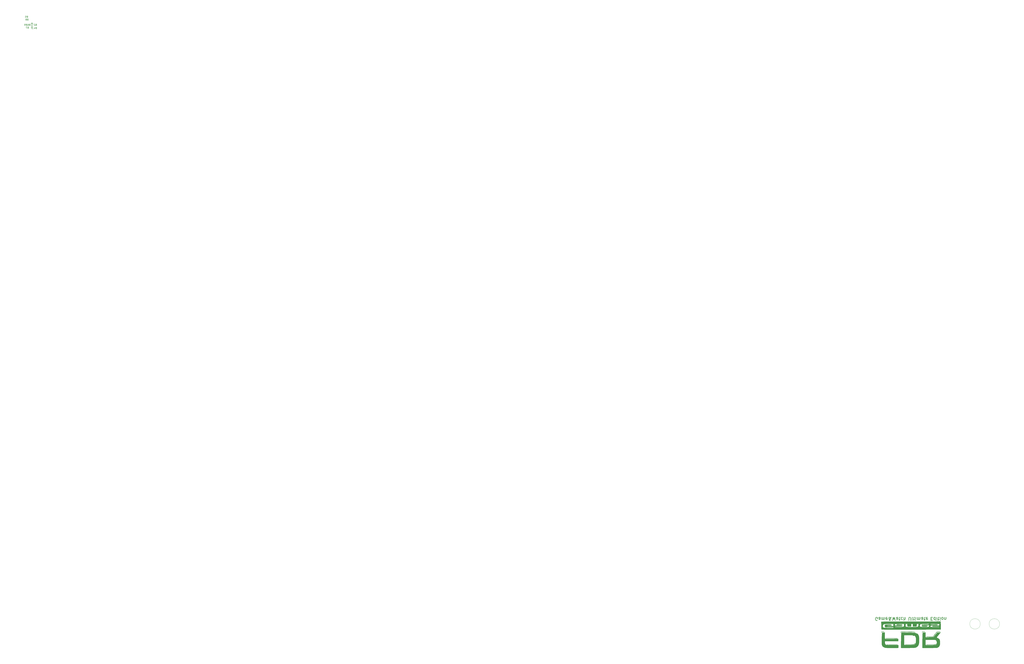
<source format=gbr>
%TF.GenerationSoftware,KiCad,Pcbnew,(7.0.0)*%
%TF.CreationDate,2023-03-12T01:47:04+01:00*%
%TF.ProjectId,g&w,6726772e-6b69-4636-9164-5f7063625858,rev?*%
%TF.SameCoordinates,Original*%
%TF.FileFunction,Legend,Bot*%
%TF.FilePolarity,Positive*%
%FSLAX46Y46*%
G04 Gerber Fmt 4.6, Leading zero omitted, Abs format (unit mm)*
G04 Created by KiCad (PCBNEW (7.0.0)) date 2023-03-12 01:47:04*
%MOMM*%
%LPD*%
G01*
G04 APERTURE LIST*
%ADD10C,0.300000*%
%ADD11C,0.150000*%
%ADD12C,0.012000*%
G04 APERTURE END LIST*
D10*
X126023809Y-87090000D02*
X125833333Y-87185238D01*
X125833333Y-87185238D02*
X125547619Y-87185238D01*
X125547619Y-87185238D02*
X125261904Y-87090000D01*
X125261904Y-87090000D02*
X125071428Y-86899523D01*
X125071428Y-86899523D02*
X124976190Y-86709047D01*
X124976190Y-86709047D02*
X124880952Y-86328095D01*
X124880952Y-86328095D02*
X124880952Y-86042380D01*
X124880952Y-86042380D02*
X124976190Y-85661428D01*
X124976190Y-85661428D02*
X125071428Y-85470952D01*
X125071428Y-85470952D02*
X125261904Y-85280476D01*
X125261904Y-85280476D02*
X125547619Y-85185238D01*
X125547619Y-85185238D02*
X125738095Y-85185238D01*
X125738095Y-85185238D02*
X126023809Y-85280476D01*
X126023809Y-85280476D02*
X126119047Y-85375714D01*
X126119047Y-85375714D02*
X126119047Y-86042380D01*
X126119047Y-86042380D02*
X125738095Y-86042380D01*
X127833333Y-85185238D02*
X127833333Y-86232857D01*
X127833333Y-86232857D02*
X127738095Y-86423333D01*
X127738095Y-86423333D02*
X127547619Y-86518571D01*
X127547619Y-86518571D02*
X127166666Y-86518571D01*
X127166666Y-86518571D02*
X126976190Y-86423333D01*
X127833333Y-85280476D02*
X127642857Y-85185238D01*
X127642857Y-85185238D02*
X127166666Y-85185238D01*
X127166666Y-85185238D02*
X126976190Y-85280476D01*
X126976190Y-85280476D02*
X126880952Y-85470952D01*
X126880952Y-85470952D02*
X126880952Y-85661428D01*
X126880952Y-85661428D02*
X126976190Y-85851904D01*
X126976190Y-85851904D02*
X127166666Y-85947142D01*
X127166666Y-85947142D02*
X127642857Y-85947142D01*
X127642857Y-85947142D02*
X127833333Y-86042380D01*
X128785714Y-85185238D02*
X128785714Y-86518571D01*
X128785714Y-86328095D02*
X128880952Y-86423333D01*
X128880952Y-86423333D02*
X129071428Y-86518571D01*
X129071428Y-86518571D02*
X129357143Y-86518571D01*
X129357143Y-86518571D02*
X129547619Y-86423333D01*
X129547619Y-86423333D02*
X129642857Y-86232857D01*
X129642857Y-86232857D02*
X129642857Y-85185238D01*
X129642857Y-86232857D02*
X129738095Y-86423333D01*
X129738095Y-86423333D02*
X129928571Y-86518571D01*
X129928571Y-86518571D02*
X130214285Y-86518571D01*
X130214285Y-86518571D02*
X130404762Y-86423333D01*
X130404762Y-86423333D02*
X130500000Y-86232857D01*
X130500000Y-86232857D02*
X130500000Y-85185238D01*
X132214286Y-85280476D02*
X132023810Y-85185238D01*
X132023810Y-85185238D02*
X131642857Y-85185238D01*
X131642857Y-85185238D02*
X131452381Y-85280476D01*
X131452381Y-85280476D02*
X131357143Y-85470952D01*
X131357143Y-85470952D02*
X131357143Y-86232857D01*
X131357143Y-86232857D02*
X131452381Y-86423333D01*
X131452381Y-86423333D02*
X131642857Y-86518571D01*
X131642857Y-86518571D02*
X132023810Y-86518571D01*
X132023810Y-86518571D02*
X132214286Y-86423333D01*
X132214286Y-86423333D02*
X132309524Y-86232857D01*
X132309524Y-86232857D02*
X132309524Y-86042380D01*
X132309524Y-86042380D02*
X131357143Y-85851904D01*
X134785715Y-85185238D02*
X134690477Y-85185238D01*
X134690477Y-85185238D02*
X134500000Y-85280476D01*
X134500000Y-85280476D02*
X134214286Y-85566190D01*
X134214286Y-85566190D02*
X133738096Y-86137619D01*
X133738096Y-86137619D02*
X133547619Y-86423333D01*
X133547619Y-86423333D02*
X133452381Y-86709047D01*
X133452381Y-86709047D02*
X133452381Y-86899523D01*
X133452381Y-86899523D02*
X133547619Y-87090000D01*
X133547619Y-87090000D02*
X133738096Y-87185238D01*
X133738096Y-87185238D02*
X133833334Y-87185238D01*
X133833334Y-87185238D02*
X134023810Y-87090000D01*
X134023810Y-87090000D02*
X134119048Y-86899523D01*
X134119048Y-86899523D02*
X134119048Y-86804285D01*
X134119048Y-86804285D02*
X134023810Y-86613809D01*
X134023810Y-86613809D02*
X133928572Y-86518571D01*
X133928572Y-86518571D02*
X133357143Y-86137619D01*
X133357143Y-86137619D02*
X133261905Y-86042380D01*
X133261905Y-86042380D02*
X133166667Y-85851904D01*
X133166667Y-85851904D02*
X133166667Y-85566190D01*
X133166667Y-85566190D02*
X133261905Y-85375714D01*
X133261905Y-85375714D02*
X133357143Y-85280476D01*
X133357143Y-85280476D02*
X133547619Y-85185238D01*
X133547619Y-85185238D02*
X133833334Y-85185238D01*
X133833334Y-85185238D02*
X134023810Y-85280476D01*
X134023810Y-85280476D02*
X134119048Y-85375714D01*
X134119048Y-85375714D02*
X134404762Y-85756666D01*
X134404762Y-85756666D02*
X134500000Y-86042380D01*
X134500000Y-86042380D02*
X134500000Y-86232857D01*
X135452381Y-87185238D02*
X135928571Y-85185238D01*
X135928571Y-85185238D02*
X136309524Y-86613809D01*
X136309524Y-86613809D02*
X136690476Y-85185238D01*
X136690476Y-85185238D02*
X137166667Y-87185238D01*
X138785714Y-85185238D02*
X138785714Y-86232857D01*
X138785714Y-86232857D02*
X138690476Y-86423333D01*
X138690476Y-86423333D02*
X138500000Y-86518571D01*
X138500000Y-86518571D02*
X138119047Y-86518571D01*
X138119047Y-86518571D02*
X137928571Y-86423333D01*
X138785714Y-85280476D02*
X138595238Y-85185238D01*
X138595238Y-85185238D02*
X138119047Y-85185238D01*
X138119047Y-85185238D02*
X137928571Y-85280476D01*
X137928571Y-85280476D02*
X137833333Y-85470952D01*
X137833333Y-85470952D02*
X137833333Y-85661428D01*
X137833333Y-85661428D02*
X137928571Y-85851904D01*
X137928571Y-85851904D02*
X138119047Y-85947142D01*
X138119047Y-85947142D02*
X138595238Y-85947142D01*
X138595238Y-85947142D02*
X138785714Y-86042380D01*
X139452381Y-86518571D02*
X140214285Y-86518571D01*
X139738095Y-87185238D02*
X139738095Y-85470952D01*
X139738095Y-85470952D02*
X139833333Y-85280476D01*
X139833333Y-85280476D02*
X140023809Y-85185238D01*
X140023809Y-85185238D02*
X140214285Y-85185238D01*
X141738095Y-85280476D02*
X141547619Y-85185238D01*
X141547619Y-85185238D02*
X141166666Y-85185238D01*
X141166666Y-85185238D02*
X140976190Y-85280476D01*
X140976190Y-85280476D02*
X140880952Y-85375714D01*
X140880952Y-85375714D02*
X140785714Y-85566190D01*
X140785714Y-85566190D02*
X140785714Y-86137619D01*
X140785714Y-86137619D02*
X140880952Y-86328095D01*
X140880952Y-86328095D02*
X140976190Y-86423333D01*
X140976190Y-86423333D02*
X141166666Y-86518571D01*
X141166666Y-86518571D02*
X141547619Y-86518571D01*
X141547619Y-86518571D02*
X141738095Y-86423333D01*
X142595238Y-85185238D02*
X142595238Y-87185238D01*
X143452381Y-85185238D02*
X143452381Y-86232857D01*
X143452381Y-86232857D02*
X143357143Y-86423333D01*
X143357143Y-86423333D02*
X143166667Y-86518571D01*
X143166667Y-86518571D02*
X142880952Y-86518571D01*
X142880952Y-86518571D02*
X142690476Y-86423333D01*
X142690476Y-86423333D02*
X142595238Y-86328095D01*
X145604762Y-87185238D02*
X145604762Y-85566190D01*
X145604762Y-85566190D02*
X145700000Y-85375714D01*
X145700000Y-85375714D02*
X145795238Y-85280476D01*
X145795238Y-85280476D02*
X145985714Y-85185238D01*
X145985714Y-85185238D02*
X146366667Y-85185238D01*
X146366667Y-85185238D02*
X146557143Y-85280476D01*
X146557143Y-85280476D02*
X146652381Y-85375714D01*
X146652381Y-85375714D02*
X146747619Y-85566190D01*
X146747619Y-85566190D02*
X146747619Y-87185238D01*
X147985714Y-85185238D02*
X147795238Y-85280476D01*
X147795238Y-85280476D02*
X147700000Y-85470952D01*
X147700000Y-85470952D02*
X147700000Y-87185238D01*
X148461905Y-86518571D02*
X149223809Y-86518571D01*
X148747619Y-87185238D02*
X148747619Y-85470952D01*
X148747619Y-85470952D02*
X148842857Y-85280476D01*
X148842857Y-85280476D02*
X149033333Y-85185238D01*
X149033333Y-85185238D02*
X149223809Y-85185238D01*
X149890476Y-85185238D02*
X149890476Y-86518571D01*
X149890476Y-87185238D02*
X149795238Y-87090000D01*
X149795238Y-87090000D02*
X149890476Y-86994761D01*
X149890476Y-86994761D02*
X149985714Y-87090000D01*
X149985714Y-87090000D02*
X149890476Y-87185238D01*
X149890476Y-87185238D02*
X149890476Y-86994761D01*
X150842857Y-85185238D02*
X150842857Y-86518571D01*
X150842857Y-86328095D02*
X150938095Y-86423333D01*
X150938095Y-86423333D02*
X151128571Y-86518571D01*
X151128571Y-86518571D02*
X151414286Y-86518571D01*
X151414286Y-86518571D02*
X151604762Y-86423333D01*
X151604762Y-86423333D02*
X151700000Y-86232857D01*
X151700000Y-86232857D02*
X151700000Y-85185238D01*
X151700000Y-86232857D02*
X151795238Y-86423333D01*
X151795238Y-86423333D02*
X151985714Y-86518571D01*
X151985714Y-86518571D02*
X152271428Y-86518571D01*
X152271428Y-86518571D02*
X152461905Y-86423333D01*
X152461905Y-86423333D02*
X152557143Y-86232857D01*
X152557143Y-86232857D02*
X152557143Y-85185238D01*
X154366667Y-85185238D02*
X154366667Y-86232857D01*
X154366667Y-86232857D02*
X154271429Y-86423333D01*
X154271429Y-86423333D02*
X154080953Y-86518571D01*
X154080953Y-86518571D02*
X153700000Y-86518571D01*
X153700000Y-86518571D02*
X153509524Y-86423333D01*
X154366667Y-85280476D02*
X154176191Y-85185238D01*
X154176191Y-85185238D02*
X153700000Y-85185238D01*
X153700000Y-85185238D02*
X153509524Y-85280476D01*
X153509524Y-85280476D02*
X153414286Y-85470952D01*
X153414286Y-85470952D02*
X153414286Y-85661428D01*
X153414286Y-85661428D02*
X153509524Y-85851904D01*
X153509524Y-85851904D02*
X153700000Y-85947142D01*
X153700000Y-85947142D02*
X154176191Y-85947142D01*
X154176191Y-85947142D02*
X154366667Y-86042380D01*
X155033334Y-86518571D02*
X155795238Y-86518571D01*
X155319048Y-87185238D02*
X155319048Y-85470952D01*
X155319048Y-85470952D02*
X155414286Y-85280476D01*
X155414286Y-85280476D02*
X155604762Y-85185238D01*
X155604762Y-85185238D02*
X155795238Y-85185238D01*
X157223810Y-85280476D02*
X157033334Y-85185238D01*
X157033334Y-85185238D02*
X156652381Y-85185238D01*
X156652381Y-85185238D02*
X156461905Y-85280476D01*
X156461905Y-85280476D02*
X156366667Y-85470952D01*
X156366667Y-85470952D02*
X156366667Y-86232857D01*
X156366667Y-86232857D02*
X156461905Y-86423333D01*
X156461905Y-86423333D02*
X156652381Y-86518571D01*
X156652381Y-86518571D02*
X157033334Y-86518571D01*
X157033334Y-86518571D02*
X157223810Y-86423333D01*
X157223810Y-86423333D02*
X157319048Y-86232857D01*
X157319048Y-86232857D02*
X157319048Y-86042380D01*
X157319048Y-86042380D02*
X156366667Y-85851904D01*
X159376191Y-86232857D02*
X160042858Y-86232857D01*
X160328572Y-85185238D02*
X159376191Y-85185238D01*
X159376191Y-85185238D02*
X159376191Y-87185238D01*
X159376191Y-87185238D02*
X160328572Y-87185238D01*
X162042858Y-85185238D02*
X162042858Y-87185238D01*
X162042858Y-85280476D02*
X161852382Y-85185238D01*
X161852382Y-85185238D02*
X161471429Y-85185238D01*
X161471429Y-85185238D02*
X161280953Y-85280476D01*
X161280953Y-85280476D02*
X161185715Y-85375714D01*
X161185715Y-85375714D02*
X161090477Y-85566190D01*
X161090477Y-85566190D02*
X161090477Y-86137619D01*
X161090477Y-86137619D02*
X161185715Y-86328095D01*
X161185715Y-86328095D02*
X161280953Y-86423333D01*
X161280953Y-86423333D02*
X161471429Y-86518571D01*
X161471429Y-86518571D02*
X161852382Y-86518571D01*
X161852382Y-86518571D02*
X162042858Y-86423333D01*
X162995239Y-85185238D02*
X162995239Y-86518571D01*
X162995239Y-87185238D02*
X162900001Y-87090000D01*
X162900001Y-87090000D02*
X162995239Y-86994761D01*
X162995239Y-86994761D02*
X163090477Y-87090000D01*
X163090477Y-87090000D02*
X162995239Y-87185238D01*
X162995239Y-87185238D02*
X162995239Y-86994761D01*
X163661906Y-86518571D02*
X164423810Y-86518571D01*
X163947620Y-87185238D02*
X163947620Y-85470952D01*
X163947620Y-85470952D02*
X164042858Y-85280476D01*
X164042858Y-85280476D02*
X164233334Y-85185238D01*
X164233334Y-85185238D02*
X164423810Y-85185238D01*
X165090477Y-85185238D02*
X165090477Y-86518571D01*
X165090477Y-87185238D02*
X164995239Y-87090000D01*
X164995239Y-87090000D02*
X165090477Y-86994761D01*
X165090477Y-86994761D02*
X165185715Y-87090000D01*
X165185715Y-87090000D02*
X165090477Y-87185238D01*
X165090477Y-87185238D02*
X165090477Y-86994761D01*
X166328572Y-85185238D02*
X166138096Y-85280476D01*
X166138096Y-85280476D02*
X166042858Y-85375714D01*
X166042858Y-85375714D02*
X165947620Y-85566190D01*
X165947620Y-85566190D02*
X165947620Y-86137619D01*
X165947620Y-86137619D02*
X166042858Y-86328095D01*
X166042858Y-86328095D02*
X166138096Y-86423333D01*
X166138096Y-86423333D02*
X166328572Y-86518571D01*
X166328572Y-86518571D02*
X166614287Y-86518571D01*
X166614287Y-86518571D02*
X166804763Y-86423333D01*
X166804763Y-86423333D02*
X166900001Y-86328095D01*
X166900001Y-86328095D02*
X166995239Y-86137619D01*
X166995239Y-86137619D02*
X166995239Y-85566190D01*
X166995239Y-85566190D02*
X166900001Y-85375714D01*
X166900001Y-85375714D02*
X166804763Y-85280476D01*
X166804763Y-85280476D02*
X166614287Y-85185238D01*
X166614287Y-85185238D02*
X166328572Y-85185238D01*
X167852382Y-86518571D02*
X167852382Y-85185238D01*
X167852382Y-86328095D02*
X167947620Y-86423333D01*
X167947620Y-86423333D02*
X168138096Y-86518571D01*
X168138096Y-86518571D02*
X168423811Y-86518571D01*
X168423811Y-86518571D02*
X168614287Y-86423333D01*
X168614287Y-86423333D02*
X168709525Y-86232857D01*
X168709525Y-86232857D02*
X168709525Y-85185238D01*
%TO.C,G\u002A\u002A\u002A*%
X148321427Y-95122500D02*
X148464285Y-95051071D01*
X148464285Y-95051071D02*
X148678570Y-95051071D01*
X148678570Y-95051071D02*
X148892856Y-95122500D01*
X148892856Y-95122500D02*
X149035713Y-95265357D01*
X149035713Y-95265357D02*
X149107142Y-95408214D01*
X149107142Y-95408214D02*
X149178570Y-95693928D01*
X149178570Y-95693928D02*
X149178570Y-95908214D01*
X149178570Y-95908214D02*
X149107142Y-96193928D01*
X149107142Y-96193928D02*
X149035713Y-96336785D01*
X149035713Y-96336785D02*
X148892856Y-96479642D01*
X148892856Y-96479642D02*
X148678570Y-96551071D01*
X148678570Y-96551071D02*
X148535713Y-96551071D01*
X148535713Y-96551071D02*
X148321427Y-96479642D01*
X148321427Y-96479642D02*
X148249999Y-96408214D01*
X148249999Y-96408214D02*
X148249999Y-95908214D01*
X148249999Y-95908214D02*
X148535713Y-95908214D01*
X147392856Y-95051071D02*
X147392856Y-95408214D01*
X147749999Y-95265357D02*
X147392856Y-95408214D01*
X147392856Y-95408214D02*
X147035713Y-95265357D01*
X147607142Y-95693928D02*
X147392856Y-95408214D01*
X147392856Y-95408214D02*
X147178570Y-95693928D01*
X146249999Y-95051071D02*
X146249999Y-95408214D01*
X146607142Y-95265357D02*
X146249999Y-95408214D01*
X146249999Y-95408214D02*
X145892856Y-95265357D01*
X146464285Y-95693928D02*
X146249999Y-95408214D01*
X146249999Y-95408214D02*
X146035713Y-95693928D01*
X145107142Y-95051071D02*
X145107142Y-95408214D01*
X145464285Y-95265357D02*
X145107142Y-95408214D01*
X145107142Y-95408214D02*
X144749999Y-95265357D01*
X145321428Y-95693928D02*
X145107142Y-95408214D01*
X145107142Y-95408214D02*
X144892856Y-95693928D01*
D11*
%TO.C,B1*%
X-399156428Y281904761D02*
X-399108809Y281761904D01*
X-399108809Y281761904D02*
X-399061190Y281714285D01*
X-399061190Y281714285D02*
X-398965952Y281666666D01*
X-398965952Y281666666D02*
X-398823095Y281666666D01*
X-398823095Y281666666D02*
X-398727857Y281714285D01*
X-398727857Y281714285D02*
X-398680238Y281761904D01*
X-398680238Y281761904D02*
X-398632619Y281857142D01*
X-398632619Y281857142D02*
X-398632619Y282238094D01*
X-398632619Y282238094D02*
X-399632619Y282238094D01*
X-399632619Y282238094D02*
X-399632619Y281904761D01*
X-399632619Y281904761D02*
X-399585000Y281809523D01*
X-399585000Y281809523D02*
X-399537380Y281761904D01*
X-399537380Y281761904D02*
X-399442142Y281714285D01*
X-399442142Y281714285D02*
X-399346904Y281714285D01*
X-399346904Y281714285D02*
X-399251666Y281761904D01*
X-399251666Y281761904D02*
X-399204047Y281809523D01*
X-399204047Y281809523D02*
X-399156428Y281904761D01*
X-399156428Y281904761D02*
X-399156428Y282238094D01*
X-398632619Y280714285D02*
X-398632619Y281285713D01*
X-398632619Y280999999D02*
X-399632619Y280999999D01*
X-399632619Y280999999D02*
X-399489761Y281095237D01*
X-399489761Y281095237D02*
X-399394523Y281190475D01*
X-399394523Y281190475D02*
X-399346904Y281285713D01*
%TO.C,B2*%
X-396595238Y283406428D02*
X-396738095Y283358809D01*
X-396738095Y283358809D02*
X-396785714Y283311190D01*
X-396785714Y283311190D02*
X-396833333Y283215952D01*
X-396833333Y283215952D02*
X-396833333Y283073095D01*
X-396833333Y283073095D02*
X-396785714Y282977857D01*
X-396785714Y282977857D02*
X-396738095Y282930238D01*
X-396738095Y282930238D02*
X-396642857Y282882619D01*
X-396642857Y282882619D02*
X-396261905Y282882619D01*
X-396261905Y282882619D02*
X-396261905Y283882619D01*
X-396261905Y283882619D02*
X-396595238Y283882619D01*
X-396595238Y283882619D02*
X-396690476Y283835000D01*
X-396690476Y283835000D02*
X-396738095Y283787380D01*
X-396738095Y283787380D02*
X-396785714Y283692142D01*
X-396785714Y283692142D02*
X-396785714Y283596904D01*
X-396785714Y283596904D02*
X-396738095Y283501666D01*
X-396738095Y283501666D02*
X-396690476Y283454047D01*
X-396690476Y283454047D02*
X-396595238Y283406428D01*
X-396595238Y283406428D02*
X-396261905Y283406428D01*
X-397214286Y283787380D02*
X-397261905Y283835000D01*
X-397261905Y283835000D02*
X-397357143Y283882619D01*
X-397357143Y283882619D02*
X-397595238Y283882619D01*
X-397595238Y283882619D02*
X-397690476Y283835000D01*
X-397690476Y283835000D02*
X-397738095Y283787380D01*
X-397738095Y283787380D02*
X-397785714Y283692142D01*
X-397785714Y283692142D02*
X-397785714Y283596904D01*
X-397785714Y283596904D02*
X-397738095Y283454047D01*
X-397738095Y283454047D02*
X-397166667Y282882619D01*
X-397166667Y282882619D02*
X-397785714Y282882619D01*
%TO.C,B3*%
X-399156428Y284154761D02*
X-399108809Y284011904D01*
X-399108809Y284011904D02*
X-399061190Y283964285D01*
X-399061190Y283964285D02*
X-398965952Y283916666D01*
X-398965952Y283916666D02*
X-398823095Y283916666D01*
X-398823095Y283916666D02*
X-398727857Y283964285D01*
X-398727857Y283964285D02*
X-398680238Y284011904D01*
X-398680238Y284011904D02*
X-398632619Y284107142D01*
X-398632619Y284107142D02*
X-398632619Y284488094D01*
X-398632619Y284488094D02*
X-399632619Y284488094D01*
X-399632619Y284488094D02*
X-399632619Y284154761D01*
X-399632619Y284154761D02*
X-399585000Y284059523D01*
X-399585000Y284059523D02*
X-399537380Y284011904D01*
X-399537380Y284011904D02*
X-399442142Y283964285D01*
X-399442142Y283964285D02*
X-399346904Y283964285D01*
X-399346904Y283964285D02*
X-399251666Y284011904D01*
X-399251666Y284011904D02*
X-399204047Y284059523D01*
X-399204047Y284059523D02*
X-399156428Y284154761D01*
X-399156428Y284154761D02*
X-399156428Y284488094D01*
X-399632619Y283583332D02*
X-399632619Y282964285D01*
X-399632619Y282964285D02*
X-399251666Y283297618D01*
X-399251666Y283297618D02*
X-399251666Y283154761D01*
X-399251666Y283154761D02*
X-399204047Y283059523D01*
X-399204047Y283059523D02*
X-399156428Y283011904D01*
X-399156428Y283011904D02*
X-399061190Y282964285D01*
X-399061190Y282964285D02*
X-398823095Y282964285D01*
X-398823095Y282964285D02*
X-398727857Y283011904D01*
X-398727857Y283011904D02*
X-398680238Y283059523D01*
X-398680238Y283059523D02*
X-398632619Y283154761D01*
X-398632619Y283154761D02*
X-398632619Y283440475D01*
X-398632619Y283440475D02*
X-398680238Y283535713D01*
X-398680238Y283535713D02*
X-398727857Y283583332D01*
%TO.C,B4*%
X-396595238Y281406428D02*
X-396738095Y281358809D01*
X-396738095Y281358809D02*
X-396785714Y281311190D01*
X-396785714Y281311190D02*
X-396833333Y281215952D01*
X-396833333Y281215952D02*
X-396833333Y281073095D01*
X-396833333Y281073095D02*
X-396785714Y280977857D01*
X-396785714Y280977857D02*
X-396738095Y280930238D01*
X-396738095Y280930238D02*
X-396642857Y280882619D01*
X-396642857Y280882619D02*
X-396261905Y280882619D01*
X-396261905Y280882619D02*
X-396261905Y281882619D01*
X-396261905Y281882619D02*
X-396595238Y281882619D01*
X-396595238Y281882619D02*
X-396690476Y281835000D01*
X-396690476Y281835000D02*
X-396738095Y281787380D01*
X-396738095Y281787380D02*
X-396785714Y281692142D01*
X-396785714Y281692142D02*
X-396785714Y281596904D01*
X-396785714Y281596904D02*
X-396738095Y281501666D01*
X-396738095Y281501666D02*
X-396690476Y281454047D01*
X-396690476Y281454047D02*
X-396595238Y281406428D01*
X-396595238Y281406428D02*
X-396261905Y281406428D01*
X-397690476Y281549285D02*
X-397690476Y280882619D01*
X-397452381Y281930238D02*
X-397214286Y281215952D01*
X-397214286Y281215952D02*
X-397833333Y281215952D01*
%TO.C,B7*%
X-401595238Y281656428D02*
X-401738095Y281608809D01*
X-401738095Y281608809D02*
X-401785714Y281561190D01*
X-401785714Y281561190D02*
X-401833333Y281465952D01*
X-401833333Y281465952D02*
X-401833333Y281323095D01*
X-401833333Y281323095D02*
X-401785714Y281227857D01*
X-401785714Y281227857D02*
X-401738095Y281180238D01*
X-401738095Y281180238D02*
X-401642857Y281132619D01*
X-401642857Y281132619D02*
X-401261905Y281132619D01*
X-401261905Y281132619D02*
X-401261905Y282132619D01*
X-401261905Y282132619D02*
X-401595238Y282132619D01*
X-401595238Y282132619D02*
X-401690476Y282085000D01*
X-401690476Y282085000D02*
X-401738095Y282037380D01*
X-401738095Y282037380D02*
X-401785714Y281942142D01*
X-401785714Y281942142D02*
X-401785714Y281846904D01*
X-401785714Y281846904D02*
X-401738095Y281751666D01*
X-401738095Y281751666D02*
X-401690476Y281704047D01*
X-401690476Y281704047D02*
X-401595238Y281656428D01*
X-401595238Y281656428D02*
X-401261905Y281656428D01*
X-402166667Y282132619D02*
X-402833333Y282132619D01*
X-402833333Y282132619D02*
X-402404762Y281132619D01*
%TO.C,B8*%
X-401845238Y286656428D02*
X-401988095Y286608809D01*
X-401988095Y286608809D02*
X-402035714Y286561190D01*
X-402035714Y286561190D02*
X-402083333Y286465952D01*
X-402083333Y286465952D02*
X-402083333Y286323095D01*
X-402083333Y286323095D02*
X-402035714Y286227857D01*
X-402035714Y286227857D02*
X-401988095Y286180238D01*
X-401988095Y286180238D02*
X-401892857Y286132619D01*
X-401892857Y286132619D02*
X-401511905Y286132619D01*
X-401511905Y286132619D02*
X-401511905Y287132619D01*
X-401511905Y287132619D02*
X-401845238Y287132619D01*
X-401845238Y287132619D02*
X-401940476Y287085000D01*
X-401940476Y287085000D02*
X-401988095Y287037380D01*
X-401988095Y287037380D02*
X-402035714Y286942142D01*
X-402035714Y286942142D02*
X-402035714Y286846904D01*
X-402035714Y286846904D02*
X-401988095Y286751666D01*
X-401988095Y286751666D02*
X-401940476Y286704047D01*
X-401940476Y286704047D02*
X-401845238Y286656428D01*
X-401845238Y286656428D02*
X-401511905Y286656428D01*
X-402654762Y286704047D02*
X-402559524Y286751666D01*
X-402559524Y286751666D02*
X-402511905Y286799285D01*
X-402511905Y286799285D02*
X-402464286Y286894523D01*
X-402464286Y286894523D02*
X-402464286Y286942142D01*
X-402464286Y286942142D02*
X-402511905Y287037380D01*
X-402511905Y287037380D02*
X-402559524Y287085000D01*
X-402559524Y287085000D02*
X-402654762Y287132619D01*
X-402654762Y287132619D02*
X-402845238Y287132619D01*
X-402845238Y287132619D02*
X-402940476Y287085000D01*
X-402940476Y287085000D02*
X-402988095Y287037380D01*
X-402988095Y287037380D02*
X-403035714Y286942142D01*
X-403035714Y286942142D02*
X-403035714Y286894523D01*
X-403035714Y286894523D02*
X-402988095Y286799285D01*
X-402988095Y286799285D02*
X-402940476Y286751666D01*
X-402940476Y286751666D02*
X-402845238Y286704047D01*
X-402845238Y286704047D02*
X-402654762Y286704047D01*
X-402654762Y286704047D02*
X-402559524Y286656428D01*
X-402559524Y286656428D02*
X-402511905Y286608809D01*
X-402511905Y286608809D02*
X-402464286Y286513571D01*
X-402464286Y286513571D02*
X-402464286Y286323095D01*
X-402464286Y286323095D02*
X-402511905Y286227857D01*
X-402511905Y286227857D02*
X-402559524Y286180238D01*
X-402559524Y286180238D02*
X-402654762Y286132619D01*
X-402654762Y286132619D02*
X-402845238Y286132619D01*
X-402845238Y286132619D02*
X-402940476Y286180238D01*
X-402940476Y286180238D02*
X-402988095Y286227857D01*
X-402988095Y286227857D02*
X-403035714Y286323095D01*
X-403035714Y286323095D02*
X-403035714Y286513571D01*
X-403035714Y286513571D02*
X-402988095Y286608809D01*
X-402988095Y286608809D02*
X-402940476Y286656428D01*
X-402940476Y286656428D02*
X-402845238Y286704047D01*
%TO.C,B9*%
X-402595238Y283406428D02*
X-402738095Y283358809D01*
X-402738095Y283358809D02*
X-402785714Y283311190D01*
X-402785714Y283311190D02*
X-402833333Y283215952D01*
X-402833333Y283215952D02*
X-402833333Y283073095D01*
X-402833333Y283073095D02*
X-402785714Y282977857D01*
X-402785714Y282977857D02*
X-402738095Y282930238D01*
X-402738095Y282930238D02*
X-402642857Y282882619D01*
X-402642857Y282882619D02*
X-402261905Y282882619D01*
X-402261905Y282882619D02*
X-402261905Y283882619D01*
X-402261905Y283882619D02*
X-402595238Y283882619D01*
X-402595238Y283882619D02*
X-402690476Y283835000D01*
X-402690476Y283835000D02*
X-402738095Y283787380D01*
X-402738095Y283787380D02*
X-402785714Y283692142D01*
X-402785714Y283692142D02*
X-402785714Y283596904D01*
X-402785714Y283596904D02*
X-402738095Y283501666D01*
X-402738095Y283501666D02*
X-402690476Y283454047D01*
X-402690476Y283454047D02*
X-402595238Y283406428D01*
X-402595238Y283406428D02*
X-402261905Y283406428D01*
X-403309524Y282882619D02*
X-403500000Y282882619D01*
X-403500000Y282882619D02*
X-403595238Y282930238D01*
X-403595238Y282930238D02*
X-403642857Y282977857D01*
X-403642857Y282977857D02*
X-403738095Y283120714D01*
X-403738095Y283120714D02*
X-403785714Y283311190D01*
X-403785714Y283311190D02*
X-403785714Y283692142D01*
X-403785714Y283692142D02*
X-403738095Y283787380D01*
X-403738095Y283787380D02*
X-403690476Y283835000D01*
X-403690476Y283835000D02*
X-403595238Y283882619D01*
X-403595238Y283882619D02*
X-403404762Y283882619D01*
X-403404762Y283882619D02*
X-403309524Y283835000D01*
X-403309524Y283835000D02*
X-403261905Y283787380D01*
X-403261905Y283787380D02*
X-403214286Y283692142D01*
X-403214286Y283692142D02*
X-403214286Y283454047D01*
X-403214286Y283454047D02*
X-403261905Y283358809D01*
X-403261905Y283358809D02*
X-403309524Y283311190D01*
X-403309524Y283311190D02*
X-403404762Y283263571D01*
X-403404762Y283263571D02*
X-403595238Y283263571D01*
X-403595238Y283263571D02*
X-403690476Y283311190D01*
X-403690476Y283311190D02*
X-403738095Y283358809D01*
X-403738095Y283358809D02*
X-403785714Y283454047D01*
%TO.C,B5*%
X-402095238Y288406428D02*
X-402238095Y288358809D01*
X-402238095Y288358809D02*
X-402285714Y288311190D01*
X-402285714Y288311190D02*
X-402333333Y288215952D01*
X-402333333Y288215952D02*
X-402333333Y288073095D01*
X-402333333Y288073095D02*
X-402285714Y287977857D01*
X-402285714Y287977857D02*
X-402238095Y287930238D01*
X-402238095Y287930238D02*
X-402142857Y287882619D01*
X-402142857Y287882619D02*
X-401761905Y287882619D01*
X-401761905Y287882619D02*
X-401761905Y288882619D01*
X-401761905Y288882619D02*
X-402095238Y288882619D01*
X-402095238Y288882619D02*
X-402190476Y288835000D01*
X-402190476Y288835000D02*
X-402238095Y288787380D01*
X-402238095Y288787380D02*
X-402285714Y288692142D01*
X-402285714Y288692142D02*
X-402285714Y288596904D01*
X-402285714Y288596904D02*
X-402238095Y288501666D01*
X-402238095Y288501666D02*
X-402190476Y288454047D01*
X-402190476Y288454047D02*
X-402095238Y288406428D01*
X-402095238Y288406428D02*
X-401761905Y288406428D01*
X-403238095Y288882619D02*
X-402761905Y288882619D01*
X-402761905Y288882619D02*
X-402714286Y288406428D01*
X-402714286Y288406428D02*
X-402761905Y288454047D01*
X-402761905Y288454047D02*
X-402857143Y288501666D01*
X-402857143Y288501666D02*
X-403095238Y288501666D01*
X-403095238Y288501666D02*
X-403190476Y288454047D01*
X-403190476Y288454047D02*
X-403238095Y288406428D01*
X-403238095Y288406428D02*
X-403285714Y288311190D01*
X-403285714Y288311190D02*
X-403285714Y288073095D01*
X-403285714Y288073095D02*
X-403238095Y287977857D01*
X-403238095Y287977857D02*
X-403190476Y287930238D01*
X-403190476Y287930238D02*
X-403095238Y287882619D01*
X-403095238Y287882619D02*
X-402857143Y287882619D01*
X-402857143Y287882619D02*
X-402761905Y287930238D01*
X-402761905Y287930238D02*
X-402714286Y287977857D01*
%TO.C,B6*%
X-400595238Y283406428D02*
X-400738095Y283358809D01*
X-400738095Y283358809D02*
X-400785714Y283311190D01*
X-400785714Y283311190D02*
X-400833333Y283215952D01*
X-400833333Y283215952D02*
X-400833333Y283073095D01*
X-400833333Y283073095D02*
X-400785714Y282977857D01*
X-400785714Y282977857D02*
X-400738095Y282930238D01*
X-400738095Y282930238D02*
X-400642857Y282882619D01*
X-400642857Y282882619D02*
X-400261905Y282882619D01*
X-400261905Y282882619D02*
X-400261905Y283882619D01*
X-400261905Y283882619D02*
X-400595238Y283882619D01*
X-400595238Y283882619D02*
X-400690476Y283835000D01*
X-400690476Y283835000D02*
X-400738095Y283787380D01*
X-400738095Y283787380D02*
X-400785714Y283692142D01*
X-400785714Y283692142D02*
X-400785714Y283596904D01*
X-400785714Y283596904D02*
X-400738095Y283501666D01*
X-400738095Y283501666D02*
X-400690476Y283454047D01*
X-400690476Y283454047D02*
X-400595238Y283406428D01*
X-400595238Y283406428D02*
X-400261905Y283406428D01*
X-401690476Y283882619D02*
X-401500000Y283882619D01*
X-401500000Y283882619D02*
X-401404762Y283835000D01*
X-401404762Y283835000D02*
X-401357143Y283787380D01*
X-401357143Y283787380D02*
X-401261905Y283644523D01*
X-401261905Y283644523D02*
X-401214286Y283454047D01*
X-401214286Y283454047D02*
X-401214286Y283073095D01*
X-401214286Y283073095D02*
X-401261905Y282977857D01*
X-401261905Y282977857D02*
X-401309524Y282930238D01*
X-401309524Y282930238D02*
X-401404762Y282882619D01*
X-401404762Y282882619D02*
X-401595238Y282882619D01*
X-401595238Y282882619D02*
X-401690476Y282930238D01*
X-401690476Y282930238D02*
X-401738095Y282977857D01*
X-401738095Y282977857D02*
X-401785714Y283073095D01*
X-401785714Y283073095D02*
X-401785714Y283311190D01*
X-401785714Y283311190D02*
X-401738095Y283406428D01*
X-401738095Y283406428D02*
X-401690476Y283454047D01*
X-401690476Y283454047D02*
X-401595238Y283501666D01*
X-401595238Y283501666D02*
X-401404762Y283501666D01*
X-401404762Y283501666D02*
X-401309524Y283454047D01*
X-401309524Y283454047D02*
X-401261905Y283406428D01*
X-401261905Y283406428D02*
X-401214286Y283311190D01*
%TO.C,G\u002A\u002A\u002A*%
G36*
X129894337Y-94059817D02*
G01*
X130182508Y-94074329D01*
X130356075Y-94104058D01*
X130455417Y-94151024D01*
X130489568Y-94216917D01*
X130363201Y-94265800D01*
X130081434Y-94296205D01*
X129649381Y-94306666D01*
X129312584Y-94310725D01*
X128993888Y-94330522D01*
X128793250Y-94370238D01*
X128681762Y-94433666D01*
X128565535Y-94533528D01*
X128481842Y-94535359D01*
X128458000Y-94388605D01*
X128494905Y-94268435D01*
X128648500Y-94139972D01*
X128674392Y-94131256D01*
X128881590Y-94096242D01*
X129189939Y-94071908D01*
X129545501Y-94059388D01*
X129894337Y-94059817D01*
G37*
G36*
X155209670Y-94059817D02*
G01*
X155497841Y-94074329D01*
X155671409Y-94104058D01*
X155770750Y-94151024D01*
X155804901Y-94216917D01*
X155678535Y-94265800D01*
X155396767Y-94296205D01*
X154964714Y-94306666D01*
X154627917Y-94310725D01*
X154309222Y-94330522D01*
X154108584Y-94370238D01*
X153997095Y-94433666D01*
X153880869Y-94533528D01*
X153797175Y-94535359D01*
X153773334Y-94388605D01*
X153810239Y-94268435D01*
X153963834Y-94139972D01*
X153989725Y-94131256D01*
X154196923Y-94096242D01*
X154505273Y-94071908D01*
X154860834Y-94059388D01*
X155209670Y-94059817D01*
G37*
G36*
X139943330Y-89565443D02*
G01*
X140481513Y-89568333D01*
X140877366Y-89576355D01*
X141152310Y-89591111D01*
X141327762Y-89614209D01*
X141425140Y-89647252D01*
X141465863Y-89691847D01*
X141501691Y-89748563D01*
X141597325Y-89767116D01*
X141645940Y-89780935D01*
X141651954Y-89915769D01*
X141623667Y-90115666D01*
X139824500Y-90138517D01*
X138025334Y-90161367D01*
X138025334Y-89919795D01*
X138040533Y-89740104D01*
X138081778Y-89621778D01*
X138084222Y-89620075D01*
X138197124Y-89602760D01*
X138449883Y-89587731D01*
X138815545Y-89575886D01*
X139267158Y-89568121D01*
X139777769Y-89565333D01*
X139943330Y-89565443D01*
G37*
G36*
X155224775Y-90330026D02*
G01*
X155422028Y-90330591D01*
X156039745Y-90337693D01*
X156509343Y-90355076D01*
X156847380Y-90385862D01*
X157070417Y-90433177D01*
X157195013Y-90500145D01*
X157237729Y-90589890D01*
X157215122Y-90705536D01*
X157182268Y-90766464D01*
X157065506Y-90861930D01*
X156861844Y-90929777D01*
X156550802Y-90973619D01*
X156111899Y-90997067D01*
X155524655Y-91003735D01*
X155504261Y-91003715D01*
X154885947Y-90998386D01*
X154417364Y-90982335D01*
X154079657Y-90953114D01*
X153853968Y-90908274D01*
X153721443Y-90845365D01*
X153663226Y-90761938D01*
X153637911Y-90681537D01*
X153562214Y-90475500D01*
X153556361Y-90459792D01*
X153555046Y-90413641D01*
X153599217Y-90379704D01*
X153709514Y-90356176D01*
X153906579Y-90341250D01*
X154211050Y-90333120D01*
X154643569Y-90329981D01*
X155224775Y-90330026D01*
G37*
G36*
X136059746Y-102096440D02*
G01*
X136804405Y-102098276D01*
X137407235Y-102102032D01*
X137882714Y-102108226D01*
X138245321Y-102117379D01*
X138509534Y-102130009D01*
X138689830Y-102146637D01*
X138800688Y-102167781D01*
X138856585Y-102193961D01*
X138872000Y-102225696D01*
X138863006Y-102251394D01*
X138817716Y-102278702D01*
X138720857Y-102300373D01*
X138557708Y-102316851D01*
X138313551Y-102328581D01*
X137973668Y-102336005D01*
X137523339Y-102339568D01*
X136947847Y-102339714D01*
X136232471Y-102336886D01*
X135362493Y-102331529D01*
X134451333Y-102324116D01*
X133688115Y-102314998D01*
X133070448Y-102303810D01*
X132586383Y-102290125D01*
X132223975Y-102273513D01*
X131971277Y-102253546D01*
X131816343Y-102229796D01*
X131747227Y-102201833D01*
X131744920Y-102180065D01*
X131806824Y-102157329D01*
X131951827Y-102138829D01*
X132192247Y-102124195D01*
X132540401Y-102113054D01*
X133008610Y-102105036D01*
X133609189Y-102099768D01*
X134354458Y-102096880D01*
X135256734Y-102096000D01*
X136059746Y-102096440D01*
G37*
G36*
X135036825Y-98116670D02*
G01*
X135937916Y-98117324D01*
X136684876Y-98119423D01*
X137291667Y-98123428D01*
X137772252Y-98129802D01*
X138140593Y-98139007D01*
X138410653Y-98151506D01*
X138596395Y-98167759D01*
X138711780Y-98188228D01*
X138770772Y-98213377D01*
X138787334Y-98243666D01*
X138786935Y-98249011D01*
X138764389Y-98278229D01*
X138697283Y-98302451D01*
X138571754Y-98322131D01*
X138373938Y-98337720D01*
X138089972Y-98349671D01*
X137705992Y-98358435D01*
X137208135Y-98364464D01*
X136582537Y-98368211D01*
X135815336Y-98370128D01*
X134892667Y-98370666D01*
X134191223Y-98369512D01*
X133444318Y-98365579D01*
X132766468Y-98359147D01*
X132174387Y-98350520D01*
X131684787Y-98340000D01*
X131314380Y-98327890D01*
X131079881Y-98314493D01*
X130998000Y-98300111D01*
X130998195Y-98294046D01*
X131054445Y-98173111D01*
X131118171Y-98163653D01*
X131336516Y-98152680D01*
X131693116Y-98142713D01*
X132170805Y-98133999D01*
X132752416Y-98126789D01*
X133420782Y-98121331D01*
X134158736Y-98117874D01*
X134949111Y-98116666D01*
X135036825Y-98116670D01*
G37*
G36*
X149735778Y-101226931D02*
G01*
X149697400Y-101416507D01*
X149638034Y-101548458D01*
X149388954Y-101856824D01*
X149032113Y-102104227D01*
X148611174Y-102256886D01*
X148462384Y-102277839D01*
X148129079Y-102302321D01*
X147658207Y-102322339D01*
X147067897Y-102337332D01*
X146376281Y-102346739D01*
X145601490Y-102350000D01*
X144867827Y-102349035D01*
X144281453Y-102345605D01*
X143832065Y-102338941D01*
X143503436Y-102328273D01*
X143279337Y-102312834D01*
X143143542Y-102291856D01*
X143079823Y-102264569D01*
X143071951Y-102230205D01*
X143097727Y-102202553D01*
X143181166Y-102172911D01*
X143336335Y-102148881D01*
X143579498Y-102129559D01*
X143926925Y-102114046D01*
X144394883Y-102101438D01*
X144999639Y-102090835D01*
X145757460Y-102081333D01*
X146482525Y-102072772D01*
X147081384Y-102063633D01*
X147550816Y-102052791D01*
X147911059Y-102038861D01*
X148182351Y-102020461D01*
X148384931Y-101996205D01*
X148539038Y-101964711D01*
X148664908Y-101924594D01*
X148782782Y-101874470D01*
X148891703Y-101818397D01*
X149168235Y-101632232D01*
X149375449Y-101435360D01*
X149557475Y-101238781D01*
X149683750Y-101168005D01*
X149735778Y-101226931D01*
G37*
G36*
X162796502Y-101633420D02*
G01*
X162745427Y-101796080D01*
X162608134Y-101985985D01*
X162409511Y-102159500D01*
X162404944Y-102162613D01*
X162326933Y-102212908D01*
X162244008Y-102253288D01*
X162137901Y-102284842D01*
X161990341Y-102308658D01*
X161783061Y-102325824D01*
X161497792Y-102337430D01*
X161116264Y-102344561D01*
X160620210Y-102348308D01*
X159991360Y-102349758D01*
X159211446Y-102350000D01*
X158459512Y-102349403D01*
X157822889Y-102347055D01*
X157325413Y-102342257D01*
X156951644Y-102334313D01*
X156686142Y-102322525D01*
X156513467Y-102306197D01*
X156418178Y-102284631D01*
X156384836Y-102257131D01*
X156398000Y-102223000D01*
X156447607Y-102187383D01*
X156545170Y-102158191D01*
X156707234Y-102135731D01*
X156951269Y-102119178D01*
X157294746Y-102107706D01*
X157755135Y-102100491D01*
X158349908Y-102096706D01*
X159096534Y-102095528D01*
X159267582Y-102095327D01*
X159938117Y-102091184D01*
X160552180Y-102082197D01*
X161087198Y-102069025D01*
X161520603Y-102052328D01*
X161829823Y-102032763D01*
X161992287Y-102010990D01*
X162002773Y-102007987D01*
X162269390Y-101886834D01*
X162491428Y-101717738D01*
X162511026Y-101697431D01*
X162658953Y-101577198D01*
X162756582Y-101550970D01*
X162796502Y-101633420D01*
G37*
G36*
X145277796Y-94055809D02*
G01*
X146172453Y-94061162D01*
X146925308Y-94071258D01*
X147551704Y-94086997D01*
X148066981Y-94109274D01*
X148486480Y-94138989D01*
X148825544Y-94177039D01*
X149099513Y-94224321D01*
X149323729Y-94281733D01*
X149513533Y-94350173D01*
X149637652Y-94405576D01*
X149764970Y-94485256D01*
X149736631Y-94521781D01*
X149558599Y-94512864D01*
X149236836Y-94456221D01*
X149194512Y-94448395D01*
X148962386Y-94421676D01*
X148610837Y-94399535D01*
X148131551Y-94381775D01*
X147516216Y-94368199D01*
X146756519Y-94358611D01*
X145844148Y-94352814D01*
X144770790Y-94350612D01*
X143884705Y-94350571D01*
X143107113Y-94351613D01*
X142470370Y-94354282D01*
X141959897Y-94359104D01*
X141561114Y-94366601D01*
X141259442Y-94377300D01*
X141040301Y-94391724D01*
X140889112Y-94410398D01*
X140791294Y-94433847D01*
X140732269Y-94462595D01*
X140697457Y-94497166D01*
X140597285Y-94610446D01*
X140510252Y-94624888D01*
X140480667Y-94480801D01*
X140526993Y-94340534D01*
X140668839Y-94184467D01*
X140706401Y-94163001D01*
X140792665Y-94134189D01*
X140925867Y-94110788D01*
X141121308Y-94092272D01*
X141394284Y-94078116D01*
X141760096Y-94067795D01*
X142234042Y-94060782D01*
X142831421Y-94056553D01*
X143567532Y-94054582D01*
X144457672Y-94054344D01*
X145277796Y-94055809D01*
G37*
G36*
X164623869Y-94062191D02*
G01*
X164907398Y-94077323D01*
X165069409Y-94104058D01*
X165178077Y-94157088D01*
X165197804Y-94221185D01*
X165054629Y-94268269D01*
X164751950Y-94297445D01*
X164293167Y-94307823D01*
X164004049Y-94310443D01*
X163643403Y-94320399D01*
X163364400Y-94335966D01*
X163210879Y-94355224D01*
X163170071Y-94381046D01*
X163024672Y-94523849D01*
X162804074Y-94773026D01*
X162524799Y-95108971D01*
X162203369Y-95512076D01*
X161856306Y-95962735D01*
X160673853Y-97524000D01*
X158493593Y-97524000D01*
X157964603Y-97521971D01*
X157429710Y-97515331D01*
X156974801Y-97504747D01*
X156622210Y-97490913D01*
X156394275Y-97474521D01*
X156313334Y-97456267D01*
X156322395Y-97390375D01*
X156370431Y-97322367D01*
X156476563Y-97271045D01*
X156659326Y-97234141D01*
X156937255Y-97209385D01*
X157328885Y-97194511D01*
X157852750Y-97187250D01*
X158527386Y-97185333D01*
X160538239Y-97185333D01*
X160834015Y-96825500D01*
X160911578Y-96729422D01*
X161112485Y-96474621D01*
X161375724Y-96136157D01*
X161676002Y-95746617D01*
X161988025Y-95338591D01*
X162194776Y-95071764D01*
X162479857Y-94719246D01*
X162728229Y-94429713D01*
X162918672Y-94227628D01*
X163029963Y-94137457D01*
X163041118Y-94133440D01*
X163221809Y-94102188D01*
X163517792Y-94078662D01*
X163881704Y-94063636D01*
X164266184Y-94057887D01*
X164623869Y-94062191D01*
G37*
G36*
X130677703Y-94464319D02*
G01*
X130699094Y-94632668D01*
X130717348Y-94935291D01*
X130731536Y-95348521D01*
X130740729Y-95848695D01*
X130744000Y-96412148D01*
X130744706Y-96771810D01*
X130750732Y-97380275D01*
X130763527Y-97841153D01*
X130783832Y-98168936D01*
X130812388Y-98378114D01*
X130849936Y-98483178D01*
X130876268Y-98510819D01*
X130930343Y-98540039D01*
X131021547Y-98563615D01*
X131164569Y-98581978D01*
X131374097Y-98595561D01*
X131664820Y-98604795D01*
X132051424Y-98610114D01*
X132548600Y-98611948D01*
X133171035Y-98610730D01*
X133933418Y-98606892D01*
X134850436Y-98600867D01*
X135527903Y-98595581D01*
X136289634Y-98588244D01*
X136988205Y-98580028D01*
X137605921Y-98571215D01*
X138125087Y-98562089D01*
X138528009Y-98552934D01*
X138796989Y-98544034D01*
X138914334Y-98535674D01*
X138934137Y-98531564D01*
X139016020Y-98535092D01*
X139064546Y-98606577D01*
X139091619Y-98779805D01*
X139109144Y-99088562D01*
X139115419Y-99403998D01*
X139107477Y-99690273D01*
X139086566Y-99870924D01*
X139038511Y-100062391D01*
X134912422Y-100084362D01*
X130786334Y-100106333D01*
X130798126Y-100724175D01*
X130843857Y-101198433D01*
X130979016Y-101669154D01*
X131191101Y-102033930D01*
X131468186Y-102265333D01*
X131483666Y-102272665D01*
X131579535Y-102303211D01*
X131727111Y-102329159D01*
X131941096Y-102351136D01*
X132236195Y-102369767D01*
X132627110Y-102385679D01*
X133128545Y-102399499D01*
X133755202Y-102411852D01*
X134521786Y-102423366D01*
X135443000Y-102434666D01*
X139168334Y-102477000D01*
X139192790Y-103268694D01*
X139194981Y-103707292D01*
X139170158Y-104020147D01*
X139118923Y-104178860D01*
X139115011Y-104183094D01*
X139059578Y-104211895D01*
X138948196Y-104235601D01*
X138766691Y-104254661D01*
X138500893Y-104269526D01*
X138136629Y-104280647D01*
X137659726Y-104288473D01*
X137056013Y-104293456D01*
X136311317Y-104296046D01*
X135411467Y-104296694D01*
X135376380Y-104296684D01*
X134503576Y-104294196D01*
X133696544Y-104287647D01*
X132972541Y-104277408D01*
X132348826Y-104263853D01*
X131842658Y-104247351D01*
X131471297Y-104228277D01*
X131252000Y-104207002D01*
X130868182Y-104127273D01*
X130198942Y-103886090D01*
X129642515Y-103538331D01*
X129210799Y-103092400D01*
X128915690Y-102556701D01*
X128877902Y-102451443D01*
X128831843Y-102281966D01*
X128799129Y-102080240D01*
X128777816Y-101818856D01*
X128765959Y-101470406D01*
X128761612Y-101007479D01*
X128762831Y-100402666D01*
X128763010Y-100368472D01*
X128769895Y-99719757D01*
X128783158Y-98965896D01*
X128801428Y-98167278D01*
X128823332Y-97384294D01*
X128847497Y-96677333D01*
X128923667Y-94687666D01*
X129721133Y-94645333D01*
X129733380Y-94644677D01*
X130174280Y-94609352D01*
X130447438Y-94560067D01*
X130553864Y-94496639D01*
X130575863Y-94456440D01*
X130666565Y-94438136D01*
X130677703Y-94464319D01*
G37*
G36*
X143300313Y-94654294D02*
G01*
X144108534Y-94657906D01*
X145073402Y-94664407D01*
X145632436Y-94668671D01*
X146482486Y-94675749D01*
X147188477Y-94683022D01*
X147766468Y-94691243D01*
X148232517Y-94701162D01*
X148602680Y-94713531D01*
X148893018Y-94729099D01*
X149119587Y-94748619D01*
X149298444Y-94772841D01*
X149445650Y-94802516D01*
X149577260Y-94838396D01*
X149709334Y-94881231D01*
X149986601Y-94983760D01*
X150341815Y-95135261D01*
X150622525Y-95276500D01*
X150755952Y-95349480D01*
X150900052Y-95413499D01*
X150935028Y-95404142D01*
X150908127Y-95328211D01*
X150968433Y-95328831D01*
X151095238Y-95409875D01*
X151255040Y-95555500D01*
X151455749Y-95819129D01*
X151682768Y-96250709D01*
X151868717Y-96752478D01*
X151990250Y-97270000D01*
X152011491Y-97428502D01*
X152046568Y-97860180D01*
X152068799Y-98392576D01*
X152078531Y-98987157D01*
X152076111Y-99605391D01*
X152061885Y-100208744D01*
X152036199Y-100758683D01*
X151999399Y-101216676D01*
X151951832Y-101544190D01*
X151923518Y-101670703D01*
X151692168Y-102384474D01*
X151361944Y-102968603D01*
X150923956Y-103435750D01*
X150369315Y-103798579D01*
X150286354Y-103840801D01*
X150100481Y-103931523D01*
X149922023Y-104007551D01*
X149734911Y-104070305D01*
X149523079Y-104121205D01*
X149270458Y-104161668D01*
X148960980Y-104193116D01*
X148578578Y-104216966D01*
X148107184Y-104234638D01*
X147530731Y-104247551D01*
X146833150Y-104257125D01*
X145998373Y-104264779D01*
X145010334Y-104271931D01*
X144913540Y-104272581D01*
X144094957Y-104276626D01*
X143329251Y-104277902D01*
X142633056Y-104276552D01*
X142023009Y-104272720D01*
X141515745Y-104266548D01*
X141127898Y-104258180D01*
X140876105Y-104247759D01*
X140777000Y-104235430D01*
X140763045Y-104179396D01*
X140748551Y-103969625D01*
X140739001Y-103623059D01*
X140734047Y-103158430D01*
X140733343Y-102594466D01*
X140736541Y-101949896D01*
X140743293Y-101243451D01*
X140753254Y-100493859D01*
X140766075Y-99719851D01*
X140781410Y-98940155D01*
X140798911Y-98173500D01*
X140818232Y-97438618D01*
X140839024Y-96754236D01*
X140854118Y-96330595D01*
X142766667Y-96330595D01*
X142766667Y-99248706D01*
X142767570Y-99795639D01*
X142771146Y-100448507D01*
X142777118Y-101034578D01*
X142785140Y-101533343D01*
X142794868Y-101924297D01*
X142805956Y-102186932D01*
X142818059Y-102300742D01*
X142832065Y-102323825D01*
X142883634Y-102356521D01*
X142985075Y-102382188D01*
X143153454Y-102401650D01*
X143405835Y-102415730D01*
X143759284Y-102425248D01*
X144230867Y-102431029D01*
X144837647Y-102433894D01*
X145596691Y-102434666D01*
X146383506Y-102433216D01*
X147094878Y-102426745D01*
X147672068Y-102412649D01*
X148133392Y-102388332D01*
X148497168Y-102351199D01*
X148781712Y-102298655D01*
X149005340Y-102228104D01*
X149186369Y-102136951D01*
X149343116Y-102022601D01*
X149493897Y-101882459D01*
X149596680Y-101772739D01*
X149736890Y-101580583D01*
X149841192Y-101355660D01*
X149915894Y-101070667D01*
X149967306Y-100698304D01*
X150001739Y-100211267D01*
X150025503Y-99582255D01*
X150026707Y-99540401D01*
X150039199Y-99020630D01*
X150040829Y-98631937D01*
X150029014Y-98338732D01*
X150001166Y-98105425D01*
X149954701Y-97896425D01*
X149887034Y-97676142D01*
X149672059Y-97179172D01*
X149386527Y-96805195D01*
X149008124Y-96529940D01*
X149005424Y-96528471D01*
X148917114Y-96488692D01*
X148802079Y-96456285D01*
X148642494Y-96430297D01*
X148420532Y-96409775D01*
X148118369Y-96393766D01*
X147718176Y-96381317D01*
X147202130Y-96371475D01*
X146552402Y-96363286D01*
X145751167Y-96355797D01*
X142766667Y-96330595D01*
X140854118Y-96330595D01*
X140860941Y-96139084D01*
X140883635Y-95611891D01*
X140906761Y-95191388D01*
X140929969Y-94896304D01*
X140952913Y-94745367D01*
X140964873Y-94730839D01*
X141031232Y-94707252D01*
X141165573Y-94688297D01*
X141380561Y-94673726D01*
X141688862Y-94663289D01*
X142103144Y-94656737D01*
X142636072Y-94653822D01*
X143300313Y-94654294D01*
G37*
G36*
X165384844Y-94454310D02*
G01*
X165386845Y-94456459D01*
X165395981Y-94507566D01*
X165359379Y-94602192D01*
X165267964Y-94752600D01*
X165112665Y-94971056D01*
X164884405Y-95269825D01*
X164574112Y-95661172D01*
X164172712Y-96157360D01*
X163671130Y-96770656D01*
X163642507Y-96805478D01*
X163345495Y-97164254D01*
X163150903Y-97418066D01*
X163062573Y-97597372D01*
X163084344Y-97732626D01*
X163220056Y-97854286D01*
X163473550Y-97992808D01*
X163848667Y-98178647D01*
X164041459Y-98277170D01*
X164296641Y-98424657D01*
X164467619Y-98567240D01*
X164599524Y-98746912D01*
X164737487Y-99005666D01*
X164761456Y-99053886D01*
X164854538Y-99254118D01*
X164919676Y-99437962D01*
X164962912Y-99642558D01*
X164990288Y-99905050D01*
X165007848Y-100262576D01*
X165021632Y-100752280D01*
X165024845Y-101312111D01*
X164984324Y-102012661D01*
X164882655Y-102584027D01*
X164711703Y-103046068D01*
X164463336Y-103418643D01*
X164129419Y-103721614D01*
X163701819Y-103974838D01*
X163132900Y-104255000D01*
X158609035Y-104279685D01*
X158189369Y-104281686D01*
X157352633Y-104283892D01*
X156574937Y-104283594D01*
X155872036Y-104280935D01*
X155259686Y-104276063D01*
X154753641Y-104269123D01*
X154369657Y-104260261D01*
X154123489Y-104249622D01*
X154030893Y-104237352D01*
X154020760Y-104177098D01*
X154011050Y-103962406D01*
X154005410Y-103611540D01*
X154003517Y-103143419D01*
X154005051Y-102576966D01*
X154009688Y-101931101D01*
X154017107Y-101224745D01*
X154026985Y-100476821D01*
X154039002Y-99706248D01*
X154047737Y-99217333D01*
X156059334Y-99217333D01*
X156060630Y-100762500D01*
X156064197Y-101226031D01*
X156074414Y-101676207D01*
X156090010Y-102044454D01*
X156109725Y-102301639D01*
X156132297Y-102418629D01*
X156170862Y-102444923D01*
X156277194Y-102469844D01*
X156463489Y-102488534D01*
X156744635Y-102501414D01*
X157135521Y-102508908D01*
X157651035Y-102511438D01*
X158306066Y-102509427D01*
X159115501Y-102503296D01*
X159691330Y-102497767D01*
X160437691Y-102487927D01*
X161042846Y-102473660D01*
X161523762Y-102451911D01*
X161897409Y-102419627D01*
X162180755Y-102373756D01*
X162390770Y-102311243D01*
X162544422Y-102229037D01*
X162658680Y-102124083D01*
X162750513Y-101993329D01*
X162836890Y-101833722D01*
X162922402Y-101626149D01*
X163008455Y-101190622D01*
X163005828Y-100725359D01*
X162923120Y-100268918D01*
X162768925Y-99859855D01*
X162551842Y-99536729D01*
X162280466Y-99338096D01*
X162191208Y-99309705D01*
X162033216Y-99281539D01*
X161804529Y-99259380D01*
X161488712Y-99242617D01*
X161069326Y-99230641D01*
X160529934Y-99222841D01*
X159854100Y-99218608D01*
X159025386Y-99217333D01*
X156059334Y-99217333D01*
X154047737Y-99217333D01*
X154052835Y-98931948D01*
X154068161Y-98172843D01*
X154084660Y-97447854D01*
X154102008Y-96775901D01*
X154119885Y-96175906D01*
X154137967Y-95666790D01*
X154155933Y-95267474D01*
X154173462Y-94996880D01*
X154190230Y-94873929D01*
X154236039Y-94769585D01*
X154304049Y-94699152D01*
X154428141Y-94662109D01*
X154646064Y-94647741D01*
X154995566Y-94645333D01*
X155023018Y-94645298D01*
X155430307Y-94632274D01*
X155690479Y-94593849D01*
X155823162Y-94527220D01*
X155894136Y-94468398D01*
X155995834Y-94447550D01*
X156013113Y-94513664D01*
X156031556Y-94725530D01*
X156046198Y-95055272D01*
X156055852Y-95474728D01*
X156059334Y-95955739D01*
X156061158Y-96346713D01*
X156068151Y-96796892D01*
X156079460Y-97169641D01*
X156094097Y-97434326D01*
X156111074Y-97560316D01*
X156111247Y-97560765D01*
X156141373Y-97600710D01*
X156209217Y-97630783D01*
X156333569Y-97651614D01*
X156533217Y-97663835D01*
X156826952Y-97668076D01*
X157233563Y-97664968D01*
X157771840Y-97655144D01*
X158460574Y-97639234D01*
X158783097Y-97631281D01*
X159401769Y-97614728D01*
X159880926Y-97598670D01*
X160241236Y-97581193D01*
X160503371Y-97560382D01*
X160688000Y-97534321D01*
X160815793Y-97501096D01*
X160907421Y-97458792D01*
X160983553Y-97405493D01*
X160985841Y-97403663D01*
X161111161Y-97278925D01*
X161319320Y-97045605D01*
X161589681Y-96727937D01*
X161901606Y-96350157D01*
X162234457Y-95936500D01*
X163260141Y-94645333D01*
X164085898Y-94645333D01*
X164382281Y-94642006D01*
X164726279Y-94621560D01*
X164956667Y-94578566D01*
X165106963Y-94508535D01*
X165251050Y-94433467D01*
X165384844Y-94454310D01*
G37*
G36*
X128514016Y-90869275D02*
G01*
X129503207Y-90869275D01*
X129506482Y-91069538D01*
X129555876Y-91199844D01*
X129662209Y-91314694D01*
X129743387Y-91384565D01*
X129870214Y-91473630D01*
X130018910Y-91545264D01*
X130207910Y-91601703D01*
X130455644Y-91645184D01*
X130780547Y-91677943D01*
X131201051Y-91702219D01*
X131735590Y-91720248D01*
X132402595Y-91734266D01*
X133220500Y-91746511D01*
X135993334Y-91783823D01*
X135993334Y-91504311D01*
X135990147Y-91391866D01*
X135961250Y-91292034D01*
X135891734Y-91326400D01*
X135818844Y-91356700D01*
X135634574Y-91383807D01*
X135330257Y-91403950D01*
X134893590Y-91417671D01*
X134312267Y-91425507D01*
X133573984Y-91428000D01*
X133041602Y-91426602D01*
X132470485Y-91421849D01*
X131966567Y-91414215D01*
X131555382Y-91404207D01*
X131262463Y-91392334D01*
X131113342Y-91379102D01*
X131020805Y-91351693D01*
X130817412Y-91186781D01*
X130698209Y-90886704D01*
X130659334Y-90443501D01*
X130666190Y-90230715D01*
X130700431Y-90042890D01*
X130779826Y-89899443D01*
X130922100Y-89794949D01*
X131144974Y-89723986D01*
X131466170Y-89681130D01*
X131903411Y-89660959D01*
X132474418Y-89658048D01*
X133196916Y-89666976D01*
X133347035Y-89669433D01*
X133859429Y-89679029D01*
X134232598Y-89690338D01*
X134490697Y-89706494D01*
X134657880Y-89730636D01*
X134758301Y-89765898D01*
X134816114Y-89815418D01*
X134855473Y-89882331D01*
X134935097Y-89992954D01*
X135014178Y-90009331D01*
X135049935Y-90023511D01*
X135048954Y-90158000D01*
X135019667Y-90369666D01*
X133792000Y-90390223D01*
X133249518Y-90401932D01*
X132813169Y-90419152D01*
X132508072Y-90443503D01*
X132314531Y-90477346D01*
X132212850Y-90523041D01*
X132183334Y-90582946D01*
X132183487Y-90584257D01*
X132273184Y-90612362D01*
X132520266Y-90635085D01*
X132913340Y-90651929D01*
X133441014Y-90662400D01*
X134091895Y-90666000D01*
X136000456Y-90666000D01*
X135975728Y-90009833D01*
X135970283Y-89865360D01*
X136873206Y-89865360D01*
X136881854Y-89968913D01*
X137001177Y-90102972D01*
X137027258Y-90128153D01*
X137093189Y-90178290D01*
X137182428Y-90217273D01*
X137315832Y-90247075D01*
X137514260Y-90269665D01*
X137798570Y-90287014D01*
X138189619Y-90301095D01*
X138708265Y-90313878D01*
X139375366Y-90327333D01*
X139909387Y-90339158D01*
X140452087Y-90354579D01*
X140917353Y-90371438D01*
X141282214Y-90388776D01*
X141523699Y-90405632D01*
X141618839Y-90421048D01*
X141622110Y-90424552D01*
X141636406Y-90549074D01*
X141555066Y-90708835D01*
X141412339Y-90835152D01*
X141329902Y-90852564D01*
X141092180Y-90873516D01*
X140729182Y-90891977D01*
X140265684Y-90906995D01*
X139726465Y-90917612D01*
X139136299Y-90922876D01*
X139013034Y-90923369D01*
X138372794Y-90927543D01*
X137880732Y-90934632D01*
X137518741Y-90945740D01*
X137268714Y-90961969D01*
X137112542Y-90984422D01*
X137032118Y-91014201D01*
X137009334Y-91052409D01*
X137013348Y-91069864D01*
X137058028Y-91103148D01*
X137166410Y-91128725D01*
X137356098Y-91147537D01*
X137644695Y-91160529D01*
X138049803Y-91168641D01*
X138589026Y-91172817D01*
X139279966Y-91174000D01*
X139280291Y-91174000D01*
X140108413Y-91169852D01*
X140783358Y-91156028D01*
X141321106Y-91130447D01*
X141737639Y-91091029D01*
X142048935Y-91035694D01*
X142270976Y-90962362D01*
X142419741Y-90868952D01*
X142511212Y-90753385D01*
X142520508Y-90732034D01*
X142559554Y-90544525D01*
X142586980Y-90252560D01*
X142597334Y-89909566D01*
X142597017Y-89844816D01*
X142583931Y-89522570D01*
X142560986Y-89353666D01*
X143554128Y-89353666D01*
X143562564Y-90068877D01*
X143571000Y-90784088D01*
X143867334Y-90957877D01*
X143942103Y-90998548D01*
X144035636Y-91036559D01*
X144155698Y-91067019D01*
X144320138Y-91090986D01*
X144546807Y-91109518D01*
X144853556Y-91123674D01*
X145258234Y-91134511D01*
X145778693Y-91143087D01*
X146432781Y-91150461D01*
X147238350Y-91157691D01*
X147518348Y-91160027D01*
X148441319Y-91165986D01*
X149212356Y-91164708D01*
X149845122Y-91152037D01*
X150353278Y-91123820D01*
X150750487Y-91075902D01*
X151050410Y-91004128D01*
X151266709Y-90904345D01*
X151413045Y-90772398D01*
X151503081Y-90604132D01*
X151550477Y-90395394D01*
X151560041Y-90263833D01*
X152429812Y-90263833D01*
X152452057Y-90565971D01*
X152566630Y-90804590D01*
X152799676Y-90967053D01*
X153175903Y-91080402D01*
X153275029Y-91096639D01*
X153578548Y-91124290D01*
X153996825Y-91145629D01*
X154498309Y-91160624D01*
X155051448Y-91169242D01*
X155624691Y-91171448D01*
X156186487Y-91167211D01*
X156705285Y-91156496D01*
X157149532Y-91139271D01*
X157487678Y-91115502D01*
X157688171Y-91085156D01*
X157956755Y-90965143D01*
X158124460Y-90750085D01*
X158176000Y-90422563D01*
X158168955Y-90322412D01*
X158122622Y-90163019D01*
X158055144Y-90090643D01*
X157992732Y-90144985D01*
X157914265Y-90161935D01*
X157687452Y-90175500D01*
X157334978Y-90184061D01*
X156879370Y-90187302D01*
X156343158Y-90184904D01*
X155748870Y-90176552D01*
X155265417Y-90167428D01*
X154703863Y-90155563D01*
X154279690Y-90143456D01*
X153974096Y-90129262D01*
X153768277Y-90111137D01*
X153643433Y-90087236D01*
X153580760Y-90055713D01*
X153561457Y-90014723D01*
X153566721Y-89962422D01*
X153599124Y-89854645D01*
X153690767Y-89698548D01*
X153694020Y-89695832D01*
X153825025Y-89663673D01*
X154117645Y-89635872D01*
X154564768Y-89612803D01*
X155159284Y-89594841D01*
X155894082Y-89582361D01*
X156110801Y-89579731D01*
X156714551Y-89571486D01*
X157174472Y-89562407D01*
X157510084Y-89550734D01*
X157740905Y-89534708D01*
X157886454Y-89512567D01*
X157966252Y-89482553D01*
X157999816Y-89442904D01*
X158001039Y-89433793D01*
X159020733Y-89433793D01*
X159050002Y-89478342D01*
X159196281Y-89512629D01*
X159470021Y-89537702D01*
X159881671Y-89554614D01*
X160441681Y-89564413D01*
X161160500Y-89568150D01*
X161234464Y-89568253D01*
X161878600Y-89570024D01*
X162376895Y-89574252D01*
X162750684Y-89582485D01*
X163021303Y-89596273D01*
X163210088Y-89617165D01*
X163338376Y-89646711D01*
X163427503Y-89686460D01*
X163498804Y-89737961D01*
X163575584Y-89806512D01*
X163645270Y-89920963D01*
X163594270Y-90031478D01*
X163542336Y-90071124D01*
X163427464Y-90107161D01*
X163233887Y-90132266D01*
X162938959Y-90148211D01*
X162520034Y-90156766D01*
X161954467Y-90159702D01*
X161659706Y-90160813D01*
X160927211Y-90173034D01*
X160342733Y-90200116D01*
X159890827Y-90243921D01*
X159556045Y-90306308D01*
X159322938Y-90389138D01*
X159176061Y-90494270D01*
X159072345Y-90651706D01*
X159039155Y-90816755D01*
X159047908Y-90850373D01*
X159104436Y-90939009D01*
X159218606Y-91009920D01*
X159406366Y-91065000D01*
X159683662Y-91106143D01*
X160066443Y-91135243D01*
X160570656Y-91154193D01*
X161212248Y-91164888D01*
X162007167Y-91169221D01*
X164356667Y-91174000D01*
X164356667Y-90987733D01*
X164356406Y-90962575D01*
X164332542Y-90859380D01*
X164255067Y-90903066D01*
X164162698Y-90939957D01*
X163947412Y-90969177D01*
X163599251Y-90989095D01*
X163106114Y-91000389D01*
X162455900Y-91003735D01*
X162392571Y-91003690D01*
X161717807Y-91001197D01*
X161191841Y-90993366D01*
X160795735Y-90977721D01*
X160510546Y-90951784D01*
X160317336Y-90913076D01*
X160197163Y-90859121D01*
X160131087Y-90787440D01*
X160100169Y-90695556D01*
X160098845Y-90550477D01*
X160213602Y-90409002D01*
X160236808Y-90401082D01*
X160412334Y-90377495D01*
X160721912Y-90357215D01*
X161138705Y-90341355D01*
X161635876Y-90331024D01*
X162186589Y-90327333D01*
X162364864Y-90326951D01*
X162904026Y-90321081D01*
X163387407Y-90308997D01*
X163786622Y-90291825D01*
X164073284Y-90270690D01*
X164219007Y-90246719D01*
X164293843Y-90211485D01*
X164473380Y-90050648D01*
X164573572Y-89844551D01*
X164588223Y-89637893D01*
X164511140Y-89475372D01*
X164336125Y-89401689D01*
X164253537Y-89397300D01*
X163966240Y-89387364D01*
X163568863Y-89378115D01*
X163086804Y-89369737D01*
X162545463Y-89362415D01*
X161970240Y-89356332D01*
X161386533Y-89351673D01*
X160819742Y-89348621D01*
X160295266Y-89347362D01*
X159838505Y-89348079D01*
X159474857Y-89350956D01*
X159229722Y-89356178D01*
X159128500Y-89363929D01*
X159098026Y-89377931D01*
X159020733Y-89433793D01*
X158001039Y-89433793D01*
X158006667Y-89391861D01*
X158002760Y-89299259D01*
X157985500Y-89241485D01*
X157982970Y-89242093D01*
X157873831Y-89248431D01*
X157620170Y-89257937D01*
X157243654Y-89269949D01*
X156765953Y-89283808D01*
X156208734Y-89298852D01*
X155593667Y-89314420D01*
X155529862Y-89316007D01*
X154909348Y-89333823D01*
X154340622Y-89354286D01*
X153847188Y-89376239D01*
X153452549Y-89398526D01*
X153180207Y-89419989D01*
X153053667Y-89439471D01*
X152828861Y-89557849D01*
X152641998Y-89782036D01*
X152576855Y-90107622D01*
X152565709Y-90454333D01*
X152503334Y-90158000D01*
X152474130Y-90023513D01*
X152450047Y-89953464D01*
X152437932Y-90029744D01*
X152429812Y-90263833D01*
X151560041Y-90263833D01*
X151568896Y-90142029D01*
X151572000Y-89839881D01*
X151567521Y-89498863D01*
X151550777Y-89287249D01*
X151517770Y-89198915D01*
X151464506Y-89210478D01*
X151424544Y-89234110D01*
X151233458Y-89291172D01*
X150977672Y-89326679D01*
X150598334Y-89353666D01*
X150575414Y-89988666D01*
X150561960Y-90260469D01*
X150523936Y-90529321D01*
X150440074Y-90713055D01*
X150285686Y-90827832D01*
X150036083Y-90889809D01*
X149666579Y-90915145D01*
X149152485Y-90920000D01*
X148106396Y-90920000D01*
X148079180Y-90009833D01*
X148068559Y-89699250D01*
X148055576Y-89414371D01*
X148043500Y-89239991D01*
X148033982Y-89205500D01*
X148022352Y-89230274D01*
X147880740Y-89290474D01*
X147592667Y-89311333D01*
X147169334Y-89311333D01*
X147169334Y-89981742D01*
X147169655Y-90152042D01*
X147164430Y-90490198D01*
X147128440Y-90711147D01*
X147034000Y-90839687D01*
X146853422Y-90900617D01*
X146559021Y-90918736D01*
X146123108Y-90918844D01*
X145801283Y-90915884D01*
X145439252Y-90905962D01*
X145161402Y-90890793D01*
X145010305Y-90872163D01*
X144937726Y-90842733D01*
X144767347Y-90652650D01*
X144664106Y-90311619D01*
X144638164Y-89946333D01*
X147027783Y-89946333D01*
X147028136Y-90018669D01*
X147034181Y-90227190D01*
X147046090Y-90299727D01*
X147061790Y-90219611D01*
X147062932Y-90208297D01*
X147075321Y-89906927D01*
X147061107Y-89626945D01*
X147057205Y-89599470D01*
X147042014Y-89576906D01*
X147031513Y-89699175D01*
X147027783Y-89946333D01*
X144638164Y-89946333D01*
X144629449Y-89823620D01*
X144629564Y-89269000D01*
X144163782Y-89298002D01*
X143698000Y-89327005D01*
X143683387Y-89890669D01*
X143668773Y-90454333D01*
X143611450Y-89904000D01*
X143554128Y-89353666D01*
X142560986Y-89353666D01*
X142554502Y-89305935D01*
X142512667Y-89226666D01*
X142493010Y-89228405D01*
X142427975Y-89290166D01*
X142423538Y-89294007D01*
X142306437Y-89309939D01*
X142046007Y-89324210D01*
X141663389Y-89336270D01*
X141179723Y-89345567D01*
X140616149Y-89351550D01*
X139993808Y-89353666D01*
X139883817Y-89353731D01*
X139254744Y-89356601D01*
X138676699Y-89363318D01*
X138173341Y-89373313D01*
X137768332Y-89386017D01*
X137485331Y-89400862D01*
X137348000Y-89417278D01*
X137159030Y-89521461D01*
X136977824Y-89700916D01*
X136970513Y-89711071D01*
X136873206Y-89865360D01*
X135970283Y-89865360D01*
X135951000Y-89353666D01*
X133622667Y-89340395D01*
X133250250Y-89338481D01*
X132390095Y-89337598D01*
X131678733Y-89346358D01*
X131101338Y-89369421D01*
X130643084Y-89411444D01*
X130289144Y-89477089D01*
X130024694Y-89571014D01*
X129834907Y-89697878D01*
X129704957Y-89862342D01*
X129620020Y-90069064D01*
X129565268Y-90322705D01*
X129525877Y-90627922D01*
X129503207Y-90869275D01*
X128514016Y-90869275D01*
X128497916Y-90297085D01*
X128436727Y-87853837D01*
X128627299Y-87914322D01*
X128753204Y-87937867D01*
X128760059Y-87881264D01*
X128760564Y-87878947D01*
X128824628Y-87867570D01*
X128994418Y-87856908D01*
X129273908Y-87846935D01*
X129667074Y-87837626D01*
X130177893Y-87828955D01*
X130810338Y-87820898D01*
X131568386Y-87813428D01*
X132456012Y-87806522D01*
X133477192Y-87800152D01*
X134635901Y-87794295D01*
X135936115Y-87788924D01*
X137381809Y-87784015D01*
X138976959Y-87779541D01*
X140725539Y-87775478D01*
X142631527Y-87771801D01*
X144698896Y-87768484D01*
X146931623Y-87765501D01*
X146994654Y-87765424D01*
X148739266Y-87763308D01*
X150439296Y-87761263D01*
X152086948Y-87759299D01*
X153674424Y-87757424D01*
X155193927Y-87755647D01*
X156637660Y-87753977D01*
X157997827Y-87752423D01*
X159266631Y-87750992D01*
X160436273Y-87749693D01*
X161498959Y-87748536D01*
X162446889Y-87747529D01*
X163272269Y-87746681D01*
X163967300Y-87745999D01*
X164524185Y-87745494D01*
X164935128Y-87745173D01*
X165192332Y-87745046D01*
X165288000Y-87745120D01*
X165313878Y-87751230D01*
X165358973Y-87808945D01*
X165394773Y-87946030D01*
X165424550Y-88184966D01*
X165451577Y-88548234D01*
X165479124Y-89058312D01*
X165481025Y-89097920D01*
X165503361Y-89700187D01*
X165518422Y-90370088D01*
X165524892Y-91028759D01*
X165521457Y-91597333D01*
X165499667Y-92825000D01*
X147089092Y-92846359D01*
X146863663Y-92846615D01*
X145115149Y-92848282D01*
X143412446Y-92849339D01*
X141763272Y-92849803D01*
X140175349Y-92849693D01*
X138656396Y-92849026D01*
X137214134Y-92847820D01*
X135856283Y-92846092D01*
X134590563Y-92843861D01*
X133424694Y-92841143D01*
X132366396Y-92837957D01*
X131423390Y-92834320D01*
X130603396Y-92830250D01*
X129914135Y-92825765D01*
X129363325Y-92820883D01*
X128958688Y-92815620D01*
X128707943Y-92809995D01*
X128618811Y-92804025D01*
X128615183Y-92796032D01*
X128597256Y-92663194D01*
X128577278Y-92387783D01*
X128556303Y-91991632D01*
X128535382Y-91496575D01*
X128515568Y-90924449D01*
X128514016Y-90869275D01*
G37*
D12*
%TO.C,B5*%
X190000000Y-89250000D02*
G75*
G03*
X190000000Y-89250000I-3250000J0D01*
G01*
%TO.C,B6*%
X202000000Y-89250000D02*
G75*
G03*
X202000000Y-89250000I-3250000J0D01*
G01*
%TD*%
M02*

</source>
